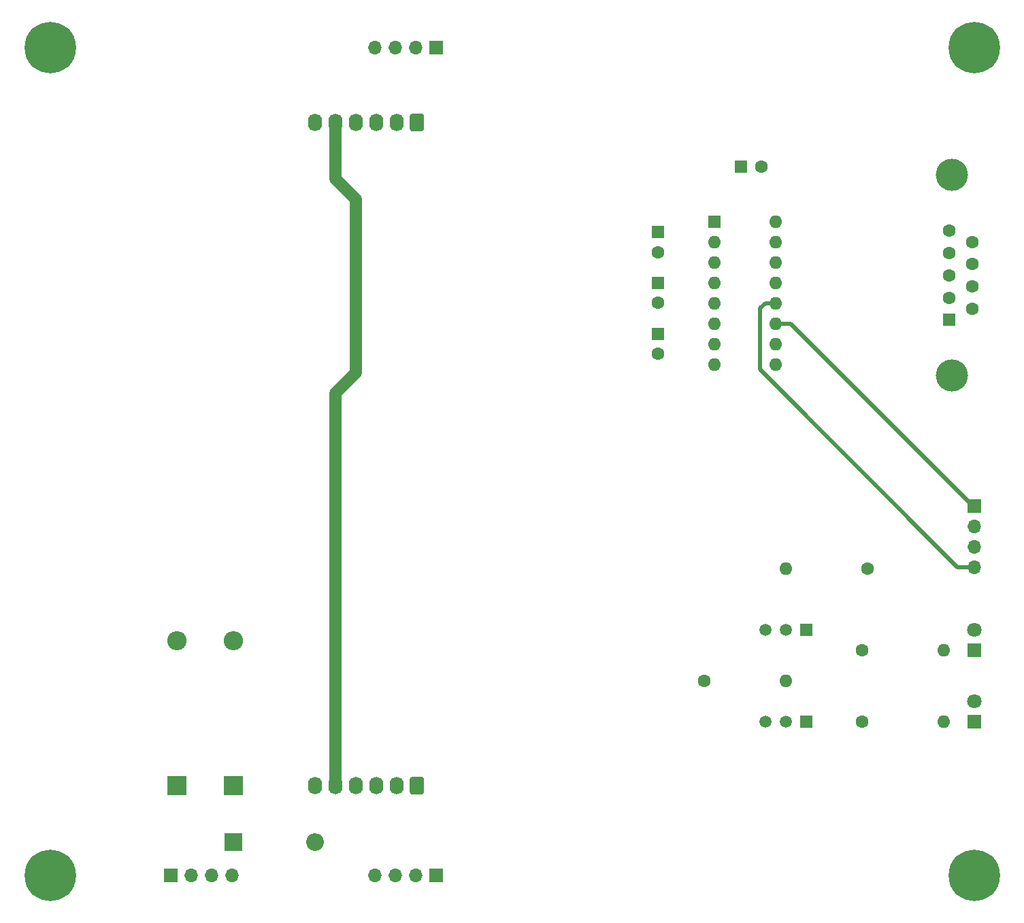
<source format=gbr>
%TF.GenerationSoftware,KiCad,Pcbnew,(5.1.10-1-10_14)*%
%TF.CreationDate,2021-07-18T13:59:37+10:00*%
%TF.ProjectId,RS232,52533233-322e-46b6-9963-61645f706362,rev?*%
%TF.SameCoordinates,Original*%
%TF.FileFunction,Copper,L1,Top*%
%TF.FilePolarity,Positive*%
%FSLAX46Y46*%
G04 Gerber Fmt 4.6, Leading zero omitted, Abs format (unit mm)*
G04 Created by KiCad (PCBNEW (5.1.10-1-10_14)) date 2021-07-18 13:59:37*
%MOMM*%
%LPD*%
G01*
G04 APERTURE LIST*
%TA.AperFunction,ComponentPad*%
%ADD10O,1.600000X1.600000*%
%TD*%
%TA.AperFunction,ComponentPad*%
%ADD11C,1.600000*%
%TD*%
%TA.AperFunction,ComponentPad*%
%ADD12R,1.500000X1.500000*%
%TD*%
%TA.AperFunction,ComponentPad*%
%ADD13C,1.500000*%
%TD*%
%TA.AperFunction,ComponentPad*%
%ADD14C,1.800000*%
%TD*%
%TA.AperFunction,ComponentPad*%
%ADD15R,1.800000X1.800000*%
%TD*%
%TA.AperFunction,ComponentPad*%
%ADD16O,1.700000X1.700000*%
%TD*%
%TA.AperFunction,ComponentPad*%
%ADD17R,1.700000X1.700000*%
%TD*%
%TA.AperFunction,ComponentPad*%
%ADD18R,1.600000X1.600000*%
%TD*%
%TA.AperFunction,ComponentPad*%
%ADD19C,4.000000*%
%TD*%
%TA.AperFunction,ComponentPad*%
%ADD20O,2.200000X2.200000*%
%TD*%
%TA.AperFunction,ComponentPad*%
%ADD21R,2.200000X2.200000*%
%TD*%
%TA.AperFunction,ComponentPad*%
%ADD22O,2.400000X2.400000*%
%TD*%
%TA.AperFunction,ComponentPad*%
%ADD23R,2.400000X2.400000*%
%TD*%
%TA.AperFunction,ComponentPad*%
%ADD24O,1.740000X2.190000*%
%TD*%
%TA.AperFunction,ComponentPad*%
%ADD25C,0.800000*%
%TD*%
%TA.AperFunction,ComponentPad*%
%ADD26C,6.400000*%
%TD*%
%TA.AperFunction,Conductor*%
%ADD27C,0.500000*%
%TD*%
%TA.AperFunction,Conductor*%
%ADD28C,1.500000*%
%TD*%
G04 APERTURE END LIST*
D10*
%TO.P,R10,2*%
%TO.N,Net-(D1-Pad1)*%
X146205000Y-108870000D03*
D11*
%TO.P,R10,1*%
%TO.N,Net-(Q1-Pad1)*%
X136045000Y-108870000D03*
%TD*%
D10*
%TO.P,R3,2*%
%TO.N,Net-(Q2-Pad2)*%
X126520000Y-89820000D03*
D11*
%TO.P,R3,1*%
%TO.N,RX*%
X136680000Y-89820000D03*
%TD*%
D10*
%TO.P,R2,2*%
%TO.N,Net-(Q1-Pad2)*%
X126520000Y-103790000D03*
D11*
%TO.P,R2,1*%
%TO.N,TX*%
X116360000Y-103790000D03*
%TD*%
D10*
%TO.P,R1,2*%
%TO.N,Net-(D3-Pad1)*%
X146205000Y-99980000D03*
D11*
%TO.P,R1,1*%
%TO.N,Net-(Q2-Pad1)*%
X136045000Y-99980000D03*
%TD*%
D12*
%TO.P,Q2,1*%
%TO.N,Net-(Q2-Pad1)*%
X129060000Y-97440000D03*
D13*
%TO.P,Q2,3*%
%TO.N,GND*%
X123980000Y-97440000D03*
%TO.P,Q2,2*%
%TO.N,Net-(Q2-Pad2)*%
X126520000Y-97440000D03*
%TD*%
D12*
%TO.P,Q1,1*%
%TO.N,Net-(Q1-Pad1)*%
X129060000Y-108870000D03*
D13*
%TO.P,Q1,3*%
%TO.N,GND*%
X123980000Y-108870000D03*
%TO.P,Q1,2*%
%TO.N,Net-(Q1-Pad2)*%
X126520000Y-108870000D03*
%TD*%
D14*
%TO.P,D3,2*%
%TO.N,+5V*%
X150015000Y-97440000D03*
D15*
%TO.P,D3,1*%
%TO.N,Net-(D3-Pad1)*%
X150015000Y-99980000D03*
%TD*%
D14*
%TO.P,D1,2*%
%TO.N,+5V*%
X150015000Y-106330000D03*
D15*
%TO.P,D1,1*%
%TO.N,Net-(D1-Pad1)*%
X150015000Y-108870000D03*
%TD*%
D16*
%TO.P,J5,4*%
%TO.N,RX*%
X150015000Y-89620000D03*
%TO.P,J5,3*%
%TO.N,GND*%
X150015000Y-87080000D03*
%TO.P,J5,2*%
X150015000Y-84540000D03*
D17*
%TO.P,J5,1*%
%TO.N,TX*%
X150015000Y-82000000D03*
%TD*%
D10*
%TO.P,U1,16*%
%TO.N,+5V*%
X125250000Y-46640000D03*
%TO.P,U1,8*%
%TO.N,RTS*%
X117630000Y-64420000D03*
%TO.P,U1,15*%
%TO.N,GND*%
X125250000Y-49180000D03*
%TO.P,U1,7*%
%TO.N,CTS*%
X117630000Y-61880000D03*
%TO.P,U1,14*%
%TO.N,TX_D*%
X125250000Y-51720000D03*
%TO.P,U1,6*%
%TO.N,Net-(C3-Pad1)*%
X117630000Y-59340000D03*
%TO.P,U1,13*%
%TO.N,RX_D*%
X125250000Y-54260000D03*
%TO.P,U1,5*%
%TO.N,Net-(C4-Pad2)*%
X117630000Y-56800000D03*
%TO.P,U1,12*%
%TO.N,Net-(U1-Pad12)*%
X125250000Y-56800000D03*
%TO.P,U1,4*%
%TO.N,Net-(C4-Pad1)*%
X117630000Y-54260000D03*
%TO.P,U1,11*%
%TO.N,TX*%
X125250000Y-59340000D03*
%TO.P,U1,3*%
%TO.N,Net-(C1-Pad2)*%
X117630000Y-51720000D03*
%TO.P,U1,10*%
%TO.N,Net-(U1-Pad10)*%
X125250000Y-61880000D03*
%TO.P,U1,2*%
%TO.N,Net-(C2-Pad1)*%
X117630000Y-49180000D03*
%TO.P,U1,9*%
%TO.N,Net-(U1-Pad9)*%
X125250000Y-64420000D03*
D18*
%TO.P,U1,1*%
%TO.N,Net-(C1-Pad1)*%
X117630000Y-46640000D03*
%TD*%
D19*
%TO.P,J1,0*%
%TO.N,N/C*%
X147180000Y-40815000D03*
X147180000Y-65815000D03*
D11*
%TO.P,J1,9*%
%TO.N,Net-(J1-Pad9)*%
X149720000Y-49160000D03*
%TO.P,J1,8*%
%TO.N,CTS*%
X149720000Y-51930000D03*
%TO.P,J1,7*%
%TO.N,RTS*%
X149720000Y-54700000D03*
%TO.P,J1,6*%
%TO.N,Net-(J1-Pad6)*%
X149720000Y-57470000D03*
%TO.P,J1,5*%
%TO.N,GND*%
X146880000Y-47775000D03*
%TO.P,J1,4*%
%TO.N,Net-(J1-Pad4)*%
X146880000Y-50545000D03*
%TO.P,J1,3*%
%TO.N,TX_D*%
X146880000Y-53315000D03*
%TO.P,J1,2*%
%TO.N,RX_D*%
X146880000Y-56085000D03*
D18*
%TO.P,J1,1*%
%TO.N,Net-(J1-Pad1)*%
X146880000Y-58855000D03*
%TD*%
D11*
%TO.P,C4,2*%
%TO.N,Net-(C4-Pad2)*%
X110645000Y-56760000D03*
D18*
%TO.P,C4,1*%
%TO.N,Net-(C4-Pad1)*%
X110645000Y-54260000D03*
%TD*%
D11*
%TO.P,C3,2*%
%TO.N,GND*%
X110645000Y-63110000D03*
D18*
%TO.P,C3,1*%
%TO.N,Net-(C3-Pad1)*%
X110645000Y-60610000D03*
%TD*%
D11*
%TO.P,C2,2*%
%TO.N,+5V*%
X123480000Y-39755000D03*
D18*
%TO.P,C2,1*%
%TO.N,Net-(C2-Pad1)*%
X120980000Y-39755000D03*
%TD*%
D11*
%TO.P,C1,2*%
%TO.N,Net-(C1-Pad2)*%
X110645000Y-50450000D03*
D18*
%TO.P,C1,1*%
%TO.N,Net-(C1-Pad1)*%
X110645000Y-47950000D03*
%TD*%
D20*
%TO.P,D2,2*%
%TO.N,Net-(D2-Pad2)*%
X67945000Y-123825000D03*
D21*
%TO.P,D2,1*%
%TO.N,+5V*%
X57785000Y-123825000D03*
%TD*%
D22*
%TO.P,C8,2*%
%TO.N,GND*%
X50800000Y-98840000D03*
D23*
%TO.P,C8,1*%
%TO.N,+5V*%
X50800000Y-116840000D03*
%TD*%
D22*
%TO.P,C6,2*%
%TO.N,GND*%
X57785000Y-98840000D03*
D23*
%TO.P,C6,1*%
%TO.N,+5V*%
X57785000Y-116840000D03*
%TD*%
D24*
%TO.P,J11,6*%
%TO.N,GND*%
X67945000Y-34290000D03*
%TO.P,J11,5*%
%TO.N,Net-(D2-Pad2)*%
X70485000Y-34290000D03*
%TO.P,J11,4*%
%TO.N,clock*%
X73025000Y-34290000D03*
%TO.P,J11,3*%
%TO.N,rst*%
X75565000Y-34290000D03*
%TO.P,J11,2*%
%TO.N,flag*%
X78105000Y-34290000D03*
%TO.P,J11,1*%
%TO.N,data*%
%TA.AperFunction,ComponentPad*%
G36*
G01*
X81515000Y-33444999D02*
X81515000Y-35135001D01*
G75*
G02*
X81265001Y-35385000I-249999J0D01*
G01*
X80024999Y-35385000D01*
G75*
G02*
X79775000Y-35135001I0J249999D01*
G01*
X79775000Y-33444999D01*
G75*
G02*
X80024999Y-33195000I249999J0D01*
G01*
X81265001Y-33195000D01*
G75*
G02*
X81515000Y-33444999I0J-249999D01*
G01*
G37*
%TD.AperFunction*%
%TD*%
%TO.P,J10,6*%
%TO.N,GND*%
X67945000Y-116840000D03*
%TO.P,J10,5*%
%TO.N,Net-(D2-Pad2)*%
X70485000Y-116840000D03*
%TO.P,J10,4*%
%TO.N,I_clock*%
X73025000Y-116840000D03*
%TO.P,J10,3*%
%TO.N,I_rst*%
X75565000Y-116840000D03*
%TO.P,J10,2*%
%TO.N,I_flag*%
X78105000Y-116840000D03*
%TO.P,J10,1*%
%TO.N,I_data*%
%TA.AperFunction,ComponentPad*%
G36*
G01*
X81515000Y-115994999D02*
X81515000Y-117685001D01*
G75*
G02*
X81265001Y-117935000I-249999J0D01*
G01*
X80024999Y-117935000D01*
G75*
G02*
X79775000Y-117685001I0J249999D01*
G01*
X79775000Y-115994999D01*
G75*
G02*
X80024999Y-115745000I249999J0D01*
G01*
X81265001Y-115745000D01*
G75*
G02*
X81515000Y-115994999I0J-249999D01*
G01*
G37*
%TD.AperFunction*%
%TD*%
D16*
%TO.P,J9,4*%
%TO.N,rst*%
X75380000Y-25000000D03*
%TO.P,J9,3*%
%TO.N,flag*%
X77920000Y-25000000D03*
%TO.P,J9,2*%
%TO.N,data*%
X80460000Y-25000000D03*
D17*
%TO.P,J9,1*%
%TO.N,clock*%
X83000000Y-25000000D03*
%TD*%
D16*
%TO.P,J7,4*%
%TO.N,I_rst*%
X75380000Y-128000000D03*
%TO.P,J7,3*%
%TO.N,I_flag*%
X77920000Y-128000000D03*
%TO.P,J7,2*%
%TO.N,I_data*%
X80460000Y-128000000D03*
D17*
%TO.P,J7,1*%
%TO.N,I_clock*%
X83000000Y-128000000D03*
%TD*%
D16*
%TO.P,J6,4*%
%TO.N,+5V*%
X57620000Y-128000000D03*
%TO.P,J6,3*%
X55080000Y-128000000D03*
%TO.P,J6,2*%
%TO.N,GND*%
X52540000Y-128000000D03*
D17*
%TO.P,J6,1*%
X50000000Y-128000000D03*
%TD*%
D25*
%TO.P,H4,1*%
%TO.N,GND*%
X151697056Y-23302944D03*
X150000000Y-22600000D03*
X148302944Y-23302944D03*
X147600000Y-25000000D03*
X148302944Y-26697056D03*
X150000000Y-27400000D03*
X151697056Y-26697056D03*
X152400000Y-25000000D03*
D26*
X150000000Y-25000000D03*
%TD*%
D25*
%TO.P,H3,1*%
%TO.N,GND*%
X36697056Y-126302944D03*
X35000000Y-125600000D03*
X33302944Y-126302944D03*
X32600000Y-128000000D03*
X33302944Y-129697056D03*
X35000000Y-130400000D03*
X36697056Y-129697056D03*
X37400000Y-128000000D03*
D26*
X35000000Y-128000000D03*
%TD*%
D25*
%TO.P,H2,1*%
%TO.N,GND*%
X36697056Y-23302944D03*
X35000000Y-22600000D03*
X33302944Y-23302944D03*
X32600000Y-25000000D03*
X33302944Y-26697056D03*
X35000000Y-27400000D03*
X36697056Y-26697056D03*
X37400000Y-25000000D03*
D26*
X35000000Y-25000000D03*
%TD*%
D25*
%TO.P,H1,1*%
%TO.N,GND*%
X151697056Y-126302944D03*
X150000000Y-125600000D03*
X148302944Y-126302944D03*
X147600000Y-128000000D03*
X148302944Y-129697056D03*
X150000000Y-130400000D03*
X151697056Y-129697056D03*
X152400000Y-128000000D03*
D26*
X150000000Y-128000000D03*
%TD*%
D27*
%TO.N,Net-(U1-Pad12)*%
X123980000Y-56800000D02*
X125250000Y-56800000D01*
X123345000Y-57435000D02*
X123980000Y-56800000D01*
X123345000Y-65055000D02*
X123345000Y-57435000D01*
X147910000Y-89620000D02*
X123345000Y-65055000D01*
X150015000Y-89620000D02*
X147910000Y-89620000D01*
%TO.N,TX*%
X127155000Y-59340000D02*
X125250000Y-59340000D01*
X149815000Y-82000000D02*
X127155000Y-59340000D01*
X150015000Y-82000000D02*
X149815000Y-82000000D01*
D28*
%TO.N,Net-(D2-Pad2)*%
X73025000Y-43815000D02*
X70485000Y-41275000D01*
X73025000Y-65405000D02*
X73025000Y-43815000D01*
X70485000Y-67945000D02*
X73025000Y-65405000D01*
X70485000Y-41275000D02*
X70485000Y-34290000D01*
X70485000Y-116840000D02*
X70485000Y-67945000D01*
%TD*%
M02*

</source>
